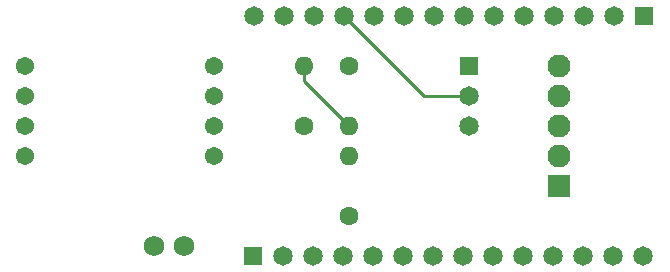
<source format=gbl>
G04 #@! TF.GenerationSoftware,KiCad,Pcbnew,(5.1.6)-1*
G04 #@! TF.CreationDate,2020-05-27T17:56:15-07:00*
G04 #@! TF.ProjectId,MKRShield_v1,4d4b5253-6869-4656-9c64-5f76312e6b69,0.1*
G04 #@! TF.SameCoordinates,Original*
G04 #@! TF.FileFunction,Copper,L4,Bot*
G04 #@! TF.FilePolarity,Positive*
%FSLAX46Y46*%
G04 Gerber Fmt 4.6, Leading zero omitted, Abs format (unit mm)*
G04 Created by KiCad (PCBNEW (5.1.6)-1) date 2020-05-27 17:56:15*
%MOMM*%
%LPD*%
G01*
G04 APERTURE LIST*
G04 #@! TA.AperFunction,ComponentPad*
%ADD10O,1.600000X1.600000*%
G04 #@! TD*
G04 #@! TA.AperFunction,ComponentPad*
%ADD11C,1.600000*%
G04 #@! TD*
G04 #@! TA.AperFunction,ComponentPad*
%ADD12C,1.650000*%
G04 #@! TD*
G04 #@! TA.AperFunction,ComponentPad*
%ADD13R,1.650000X1.650000*%
G04 #@! TD*
G04 #@! TA.AperFunction,ComponentPad*
%ADD14C,1.755000*%
G04 #@! TD*
G04 #@! TA.AperFunction,ComponentPad*
%ADD15C,1.950000*%
G04 #@! TD*
G04 #@! TA.AperFunction,ComponentPad*
%ADD16R,1.950000X1.950000*%
G04 #@! TD*
G04 #@! TA.AperFunction,ComponentPad*
%ADD17C,1.541000*%
G04 #@! TD*
G04 #@! TA.AperFunction,Conductor*
%ADD18C,0.250000*%
G04 #@! TD*
G04 APERTURE END LIST*
D10*
X140970000Y-99060000D03*
D11*
X140970000Y-104140000D03*
D10*
X144780000Y-104140000D03*
D11*
X144780000Y-99060000D03*
D10*
X144780000Y-106680000D03*
D11*
X144780000Y-111760000D03*
D12*
X154940000Y-104140000D03*
X154940000Y-101600000D03*
D13*
X154940000Y-99060000D03*
D14*
X130810000Y-114300000D03*
X128270000Y-114300000D03*
D15*
X162560000Y-99060000D03*
X162560000Y-101600000D03*
X162560000Y-104140000D03*
X162560000Y-106680000D03*
D16*
X162560000Y-109220000D03*
D17*
X117350000Y-106680000D03*
X117350000Y-104140000D03*
X117350000Y-101600000D03*
X117350000Y-99060000D03*
X133350000Y-99060000D03*
X133350000Y-101600000D03*
X133350000Y-104140000D03*
X133350000Y-106680000D03*
D13*
X136690000Y-115150000D03*
D12*
X139230000Y-115150000D03*
X141770000Y-115150000D03*
X144310000Y-115150000D03*
X146850000Y-115150000D03*
X149390000Y-115150000D03*
X151930000Y-115150000D03*
X154470000Y-115150000D03*
X157010000Y-115150000D03*
X159550000Y-115150000D03*
X162090000Y-115150000D03*
X164630000Y-115150000D03*
X167170000Y-115150000D03*
X169710000Y-115150000D03*
X136740000Y-94850000D03*
X139280000Y-94850000D03*
X141820000Y-94850000D03*
X144360000Y-94850000D03*
X146900000Y-94850000D03*
X149440000Y-94850000D03*
X151980000Y-94850000D03*
X154520000Y-94850000D03*
X157060000Y-94850000D03*
X159600000Y-94850000D03*
X162140000Y-94850000D03*
X164680000Y-94850000D03*
X167220000Y-94850000D03*
D13*
X169760000Y-94850000D03*
D18*
X151110000Y-101600000D02*
X154940000Y-101600000D01*
X144360000Y-94850000D02*
X151110000Y-101600000D01*
X140970000Y-100330000D02*
X144780000Y-104140000D01*
X140970000Y-99060000D02*
X140970000Y-100330000D01*
M02*

</source>
